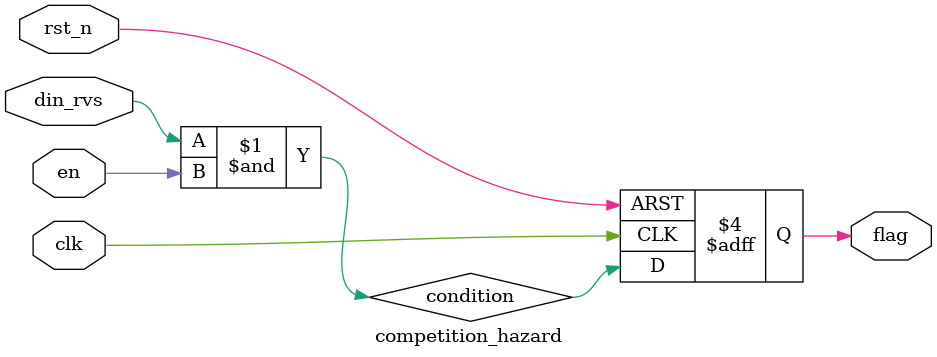
<source format=v>
module competition_hazard(
    input clk,
    input rst_n,
    input en,
    input din_rvs,
    output reg flag
);

    wire condition = din_rvs & en; // combination logic
    always @ (posedge clk or negedge rst_n) begin
        if (!rst_n) begin
            flag <= 1'b0;
        end
        else begin
            flag <= condition;
        end
    end

endmodule

</source>
